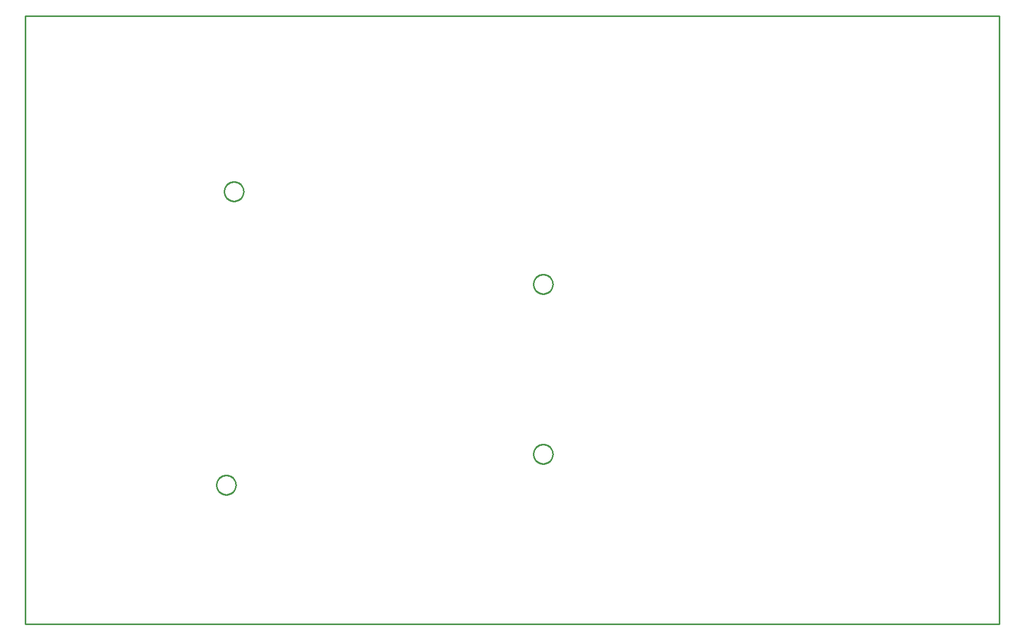
<source format=gbr>
G04 EAGLE Gerber RS-274X export*
G75*
%MOMM*%
%FSLAX34Y34*%
%LPD*%
%IN*%
%IPPOS*%
%AMOC8*
5,1,8,0,0,1.08239X$1,22.5*%
G01*
%ADD10C,0.254000*%


D10*
X0Y0D02*
X1600000Y0D01*
X1600000Y1000000D01*
X0Y1000000D01*
X0Y0D01*
X358775Y710680D02*
X358707Y709643D01*
X358571Y708613D01*
X358369Y707593D01*
X358100Y706589D01*
X357765Y705605D01*
X357368Y704645D01*
X356908Y703713D01*
X356388Y702812D01*
X355811Y701948D01*
X355178Y701124D01*
X354493Y700342D01*
X353758Y699607D01*
X352976Y698922D01*
X352152Y698289D01*
X351288Y697712D01*
X350387Y697192D01*
X349455Y696732D01*
X348495Y696335D01*
X347511Y696000D01*
X346507Y695731D01*
X345487Y695529D01*
X344457Y695393D01*
X343420Y695325D01*
X342380Y695325D01*
X341343Y695393D01*
X340313Y695529D01*
X339293Y695731D01*
X338289Y696000D01*
X337305Y696335D01*
X336345Y696732D01*
X335413Y697192D01*
X334512Y697712D01*
X333648Y698289D01*
X332824Y698922D01*
X332042Y699607D01*
X331307Y700342D01*
X330622Y701124D01*
X329989Y701948D01*
X329412Y702812D01*
X328892Y703713D01*
X328432Y704645D01*
X328035Y705605D01*
X327700Y706589D01*
X327431Y707593D01*
X327229Y708613D01*
X327093Y709643D01*
X327025Y710680D01*
X327025Y711720D01*
X327093Y712757D01*
X327229Y713787D01*
X327431Y714807D01*
X327700Y715811D01*
X328035Y716795D01*
X328432Y717755D01*
X328892Y718687D01*
X329412Y719588D01*
X329989Y720452D01*
X330622Y721276D01*
X331307Y722058D01*
X332042Y722793D01*
X332824Y723478D01*
X333648Y724111D01*
X334512Y724688D01*
X335413Y725208D01*
X336345Y725668D01*
X337305Y726065D01*
X338289Y726400D01*
X339293Y726669D01*
X340313Y726871D01*
X341343Y727007D01*
X342380Y727075D01*
X343420Y727075D01*
X344457Y727007D01*
X345487Y726871D01*
X346507Y726669D01*
X347511Y726400D01*
X348495Y726065D01*
X349455Y725668D01*
X350387Y725208D01*
X351288Y724688D01*
X352152Y724111D01*
X352976Y723478D01*
X353758Y722793D01*
X354493Y722058D01*
X355178Y721276D01*
X355811Y720452D01*
X356388Y719588D01*
X356908Y718687D01*
X357368Y717755D01*
X357765Y716795D01*
X358100Y715811D01*
X358369Y714807D01*
X358571Y713787D01*
X358707Y712757D01*
X358775Y711720D01*
X358775Y710680D01*
X866775Y558280D02*
X866707Y557243D01*
X866571Y556213D01*
X866369Y555193D01*
X866100Y554189D01*
X865765Y553205D01*
X865368Y552245D01*
X864908Y551313D01*
X864388Y550412D01*
X863811Y549548D01*
X863178Y548724D01*
X862493Y547942D01*
X861758Y547207D01*
X860976Y546522D01*
X860152Y545889D01*
X859288Y545312D01*
X858387Y544792D01*
X857455Y544332D01*
X856495Y543935D01*
X855511Y543600D01*
X854507Y543331D01*
X853487Y543129D01*
X852457Y542993D01*
X851420Y542925D01*
X850380Y542925D01*
X849343Y542993D01*
X848313Y543129D01*
X847293Y543331D01*
X846289Y543600D01*
X845305Y543935D01*
X844345Y544332D01*
X843413Y544792D01*
X842512Y545312D01*
X841648Y545889D01*
X840824Y546522D01*
X840042Y547207D01*
X839307Y547942D01*
X838622Y548724D01*
X837989Y549548D01*
X837412Y550412D01*
X836892Y551313D01*
X836432Y552245D01*
X836035Y553205D01*
X835700Y554189D01*
X835431Y555193D01*
X835229Y556213D01*
X835093Y557243D01*
X835025Y558280D01*
X835025Y559320D01*
X835093Y560357D01*
X835229Y561387D01*
X835431Y562407D01*
X835700Y563411D01*
X836035Y564395D01*
X836432Y565355D01*
X836892Y566287D01*
X837412Y567188D01*
X837989Y568052D01*
X838622Y568876D01*
X839307Y569658D01*
X840042Y570393D01*
X840824Y571078D01*
X841648Y571711D01*
X842512Y572288D01*
X843413Y572808D01*
X844345Y573268D01*
X845305Y573665D01*
X846289Y574000D01*
X847293Y574269D01*
X848313Y574471D01*
X849343Y574607D01*
X850380Y574675D01*
X851420Y574675D01*
X852457Y574607D01*
X853487Y574471D01*
X854507Y574269D01*
X855511Y574000D01*
X856495Y573665D01*
X857455Y573268D01*
X858387Y572808D01*
X859288Y572288D01*
X860152Y571711D01*
X860976Y571078D01*
X861758Y570393D01*
X862493Y569658D01*
X863178Y568876D01*
X863811Y568052D01*
X864388Y567188D01*
X864908Y566287D01*
X865368Y565355D01*
X865765Y564395D01*
X866100Y563411D01*
X866369Y562407D01*
X866571Y561387D01*
X866707Y560357D01*
X866775Y559320D01*
X866775Y558280D01*
X866775Y278880D02*
X866707Y277843D01*
X866571Y276813D01*
X866369Y275793D01*
X866100Y274789D01*
X865765Y273805D01*
X865368Y272845D01*
X864908Y271913D01*
X864388Y271012D01*
X863811Y270148D01*
X863178Y269324D01*
X862493Y268542D01*
X861758Y267807D01*
X860976Y267122D01*
X860152Y266489D01*
X859288Y265912D01*
X858387Y265392D01*
X857455Y264932D01*
X856495Y264535D01*
X855511Y264200D01*
X854507Y263931D01*
X853487Y263729D01*
X852457Y263593D01*
X851420Y263525D01*
X850380Y263525D01*
X849343Y263593D01*
X848313Y263729D01*
X847293Y263931D01*
X846289Y264200D01*
X845305Y264535D01*
X844345Y264932D01*
X843413Y265392D01*
X842512Y265912D01*
X841648Y266489D01*
X840824Y267122D01*
X840042Y267807D01*
X839307Y268542D01*
X838622Y269324D01*
X837989Y270148D01*
X837412Y271012D01*
X836892Y271913D01*
X836432Y272845D01*
X836035Y273805D01*
X835700Y274789D01*
X835431Y275793D01*
X835229Y276813D01*
X835093Y277843D01*
X835025Y278880D01*
X835025Y279920D01*
X835093Y280957D01*
X835229Y281987D01*
X835431Y283007D01*
X835700Y284011D01*
X836035Y284995D01*
X836432Y285955D01*
X836892Y286887D01*
X837412Y287788D01*
X837989Y288652D01*
X838622Y289476D01*
X839307Y290258D01*
X840042Y290993D01*
X840824Y291678D01*
X841648Y292311D01*
X842512Y292888D01*
X843413Y293408D01*
X844345Y293868D01*
X845305Y294265D01*
X846289Y294600D01*
X847293Y294869D01*
X848313Y295071D01*
X849343Y295207D01*
X850380Y295275D01*
X851420Y295275D01*
X852457Y295207D01*
X853487Y295071D01*
X854507Y294869D01*
X855511Y294600D01*
X856495Y294265D01*
X857455Y293868D01*
X858387Y293408D01*
X859288Y292888D01*
X860152Y292311D01*
X860976Y291678D01*
X861758Y290993D01*
X862493Y290258D01*
X863178Y289476D01*
X863811Y288652D01*
X864388Y287788D01*
X864908Y286887D01*
X865368Y285955D01*
X865765Y284995D01*
X866100Y284011D01*
X866369Y283007D01*
X866571Y281987D01*
X866707Y280957D01*
X866775Y279920D01*
X866775Y278880D01*
X346075Y228080D02*
X346007Y227043D01*
X345871Y226013D01*
X345669Y224993D01*
X345400Y223989D01*
X345065Y223005D01*
X344668Y222045D01*
X344208Y221113D01*
X343688Y220212D01*
X343111Y219348D01*
X342478Y218524D01*
X341793Y217742D01*
X341058Y217007D01*
X340276Y216322D01*
X339452Y215689D01*
X338588Y215112D01*
X337687Y214592D01*
X336755Y214132D01*
X335795Y213735D01*
X334811Y213400D01*
X333807Y213131D01*
X332787Y212929D01*
X331757Y212793D01*
X330720Y212725D01*
X329680Y212725D01*
X328643Y212793D01*
X327613Y212929D01*
X326593Y213131D01*
X325589Y213400D01*
X324605Y213735D01*
X323645Y214132D01*
X322713Y214592D01*
X321812Y215112D01*
X320948Y215689D01*
X320124Y216322D01*
X319342Y217007D01*
X318607Y217742D01*
X317922Y218524D01*
X317289Y219348D01*
X316712Y220212D01*
X316192Y221113D01*
X315732Y222045D01*
X315335Y223005D01*
X315000Y223989D01*
X314731Y224993D01*
X314529Y226013D01*
X314393Y227043D01*
X314325Y228080D01*
X314325Y229120D01*
X314393Y230157D01*
X314529Y231187D01*
X314731Y232207D01*
X315000Y233211D01*
X315335Y234195D01*
X315732Y235155D01*
X316192Y236087D01*
X316712Y236988D01*
X317289Y237852D01*
X317922Y238676D01*
X318607Y239458D01*
X319342Y240193D01*
X320124Y240878D01*
X320948Y241511D01*
X321812Y242088D01*
X322713Y242608D01*
X323645Y243068D01*
X324605Y243465D01*
X325589Y243800D01*
X326593Y244069D01*
X327613Y244271D01*
X328643Y244407D01*
X329680Y244475D01*
X330720Y244475D01*
X331757Y244407D01*
X332787Y244271D01*
X333807Y244069D01*
X334811Y243800D01*
X335795Y243465D01*
X336755Y243068D01*
X337687Y242608D01*
X338588Y242088D01*
X339452Y241511D01*
X340276Y240878D01*
X341058Y240193D01*
X341793Y239458D01*
X342478Y238676D01*
X343111Y237852D01*
X343688Y236988D01*
X344208Y236087D01*
X344668Y235155D01*
X345065Y234195D01*
X345400Y233211D01*
X345669Y232207D01*
X345871Y231187D01*
X346007Y230157D01*
X346075Y229120D01*
X346075Y228080D01*
M02*

</source>
